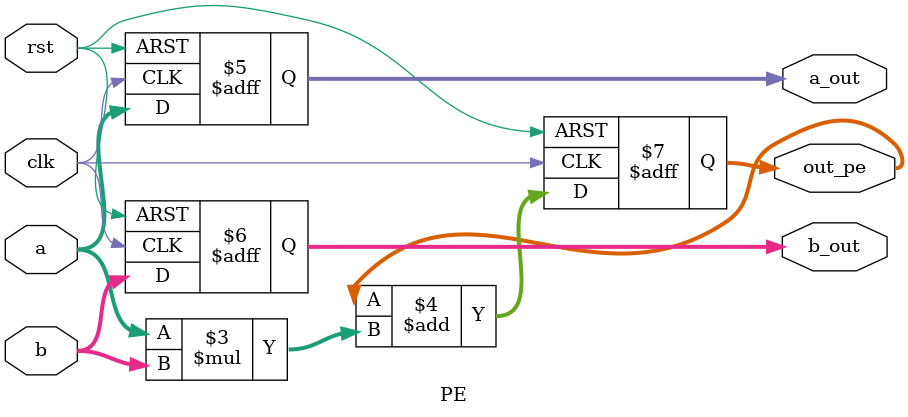
<source format=v>
`timescale 1ns / 1ps


module systolic_2x2(
    input clk,rst,
    input [7:0]a1,b1,a2,b2,
    output [14:0]c11,c12,c21,c22,
    output reg done
    );
    
    wire [7:0]a_temp1,b_temp1,a_temp2,b_temp2;
    integer i;
    always @(posedge clk,negedge rst)
        begin
            if(!rst) begin
                done<=0;
                i<=0;
                end
            else if( i<3)
                begin
                done<=0;
                i<=i+1;
                end
            else 
                done<=1;
        end
    
    PE u1(clk,rst,a1,b1,a_temp1,b_temp1,c11);
    PE u2(clk,rst,a2,b_temp1,a_temp2,,c21);
    PE u3(clk,rst,a_temp1,b2,,b_temp2,c12);
    PE u4(clk,rst,a_temp2,b_temp2,,,c22);
    
endmodule

//PE
module PE(
    input clk,rst,
    input [7:0] a,b,
    output reg [7:0] a_out,b_out,
    output reg [14:0] out_pe
    );
    
    always @(posedge clk,negedge rst)
        begin
            if(!rst)
                begin
                    a_out<=8'b0;
                    b_out<=8'b0;
                    out_pe<=15'b0;
                end
            else
                begin
                    a_out<=a;
                    b_out<=b;
                    out_pe<=out_pe+a*b;
                end
        end
endmodule

</source>
